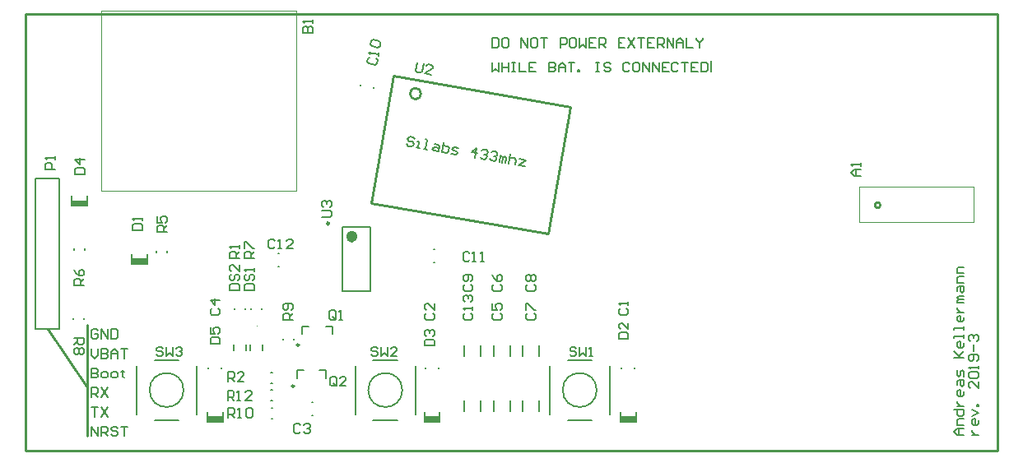
<source format=gto>
G04*
G04 #@! TF.GenerationSoftware,Altium Limited,Altium Designer,19.0.15 (446)*
G04*
G04 Layer_Color=65535*
%FSLAX25Y25*%
%MOIN*%
G70*
G01*
G75*
%ADD10C,0.00984*%
%ADD11C,0.00500*%
%ADD12C,0.00394*%
%ADD13C,0.01000*%
%ADD14C,0.02362*%
%ADD15C,0.00787*%
%ADD16R,0.06299X0.02362*%
D10*
X98917Y16355D02*
G03*
X98917Y16355I-492J0D01*
G01*
X100886Y33071D02*
G03*
X100886Y33071I-492J0D01*
G01*
X113130Y82284D02*
G03*
X113130Y82284I-492J0D01*
G01*
D11*
X54134Y14764D02*
G03*
X54134Y14764I-6890J0D01*
G01*
X142717D02*
G03*
X142717Y14764I-6890J0D01*
G01*
X221457D02*
G03*
X221457Y14764I-6890J0D01*
G01*
X42362Y2559D02*
X52126D01*
X59449Y5000D02*
Y24528D01*
X35039Y5000D02*
Y24528D01*
X42362Y26969D02*
X52126D01*
X130945Y2559D02*
X140709D01*
X148031Y5000D02*
Y24528D01*
X123622Y5000D02*
Y24528D01*
X130945Y26969D02*
X140709D01*
X209685Y2559D02*
X219449D01*
X226772Y5000D02*
Y24528D01*
X202362Y5000D02*
Y24528D01*
X209685Y26969D02*
X219449D01*
D12*
X83942Y40551D02*
G03*
X83942Y40551I-197J0D01*
G01*
X77052D02*
G03*
X77052Y40551I-197J0D01*
G01*
X327756Y97186D02*
X374256Y97186D01*
Y82686D02*
Y97186D01*
X327756Y82686D02*
X374256D01*
X327756D02*
Y97186D01*
X20799Y135390D02*
Y164890D01*
Y168390D01*
X59299D01*
X98299D01*
X99799D01*
Y131890D02*
Y168390D01*
X20799Y131890D02*
Y135390D01*
X99799Y128390D02*
Y131890D01*
X20799Y95390D02*
Y131890D01*
Y95390D02*
X22299D01*
X61299D01*
X99799D01*
Y98890D01*
Y128390D01*
D13*
X150308Y134899D02*
G03*
X150308Y134899I-2236J0D01*
G01*
X336374Y89686D02*
G03*
X336374Y89686I-1118J0D01*
G01*
X14961Y-3937D02*
X14961Y41142D01*
Y15748D02*
Y41142D01*
X-984Y39370D02*
X14961Y15748D01*
X201648Y78025D02*
X210720Y129475D01*
X130114Y90639D02*
X201648Y78025D01*
X130114Y90639D02*
X139186Y142089D01*
X210720Y129475D01*
X-9843Y-9843D02*
X383858D01*
Y167323D01*
X-9843D02*
X383858D01*
X-9843Y-9843D02*
Y167323D01*
D14*
X123465Y76968D02*
G03*
X123465Y76968I-1181J0D01*
G01*
D15*
X89567Y21884D02*
X89961D01*
X89567Y17553D02*
X89961D01*
X100157Y19643D02*
Y22851D01*
X102756D01*
X111653Y19643D02*
Y22851D01*
X109055D02*
X111653D01*
X98622Y35236D02*
Y35630D01*
X94291Y35236D02*
Y35630D01*
X236910Y23425D02*
Y23819D01*
X231594Y23425D02*
Y23819D01*
X102165Y37350D02*
Y40354D01*
X104724D01*
X114370Y37350D02*
Y40354D01*
X111811D02*
X114370D01*
X89764Y3347D02*
X90158D01*
X89764Y7677D02*
X90158D01*
X157431Y23425D02*
Y23819D01*
X152116Y23425D02*
Y23819D01*
X106102Y4429D02*
X106496D01*
X106102Y9744D02*
X106496D01*
X89567Y14781D02*
X89961D01*
X89567Y10450D02*
X89961D01*
X69587Y23425D02*
Y23819D01*
X64272Y23425D02*
Y23819D01*
X63779Y1969D02*
X70079D01*
Y5906D01*
X63779Y1969D02*
Y5906D01*
X151624Y1969D02*
X157923D01*
Y5906D01*
X151624Y1969D02*
Y5906D01*
X231102Y1969D02*
X237402D01*
Y5906D01*
X231102Y1969D02*
Y5906D01*
X167913Y6102D02*
Y10433D01*
X174606Y6102D02*
Y10433D01*
X167913Y28386D02*
Y32717D01*
X174606Y28386D02*
Y32717D01*
X191535Y28386D02*
Y32717D01*
X198228Y28386D02*
Y32717D01*
X81284Y30709D02*
Y33071D01*
X86206Y30709D02*
Y33071D01*
X74395Y30709D02*
Y33071D01*
X79316Y30709D02*
Y33071D01*
X9527Y43504D02*
Y43898D01*
X13858Y43504D02*
Y43898D01*
X179724Y28386D02*
Y32717D01*
X186417Y28386D02*
Y32717D01*
X155315Y66535D02*
X155709D01*
X155315Y71850D02*
X155709D01*
X118347Y54921D02*
Y80905D01*
X129764Y54921D02*
Y80905D01*
X118347D02*
X129764D01*
X118347Y54921D02*
X129764D01*
X191535Y6102D02*
Y10433D01*
X198228Y6102D02*
Y10433D01*
X130997Y137140D02*
X131065Y137528D01*
X125763Y138063D02*
X125831Y138451D01*
X8661Y89478D02*
X14961D01*
Y93415D01*
X8661Y89478D02*
Y93415D01*
X3917Y39469D02*
Y100453D01*
X-5886Y39469D02*
Y100453D01*
Y39469D02*
X3917D01*
X-5886Y100453D02*
X3917D01*
X13976Y71653D02*
Y72047D01*
X9646Y71653D02*
Y72047D01*
X43110Y70669D02*
Y71063D01*
X47441Y70669D02*
Y71063D01*
X33268Y65945D02*
Y69882D01*
X39567Y65945D02*
Y69882D01*
X33268Y65945D02*
X39567D01*
X179724Y6102D02*
Y10433D01*
X186417Y6102D02*
Y10433D01*
X92323Y70177D02*
X92716D01*
X92323Y64862D02*
X92716D01*
X85910Y47441D02*
Y47835D01*
X81580Y47441D02*
Y47835D01*
X74690Y47441D02*
Y47835D01*
X79021Y47441D02*
Y47835D01*
X72047Y18110D02*
Y22046D01*
X74015D01*
X74671Y21390D01*
Y20078D01*
X74015Y19422D01*
X72047D01*
X73359D02*
X74671Y18110D01*
X78607D02*
X75983D01*
X78607Y20734D01*
Y21390D01*
X77951Y22046D01*
X76639D01*
X75983Y21390D01*
X116010Y17011D02*
Y19635D01*
X115354Y20291D01*
X114042D01*
X113386Y19635D01*
Y17011D01*
X114042Y16355D01*
X115354D01*
X114698Y17667D02*
X116010Y16355D01*
X115354D02*
X116010Y17011D01*
X119945Y16355D02*
X117322D01*
X119945Y18979D01*
Y19635D01*
X119289Y20291D01*
X117977D01*
X117322Y19635D01*
X373360Y-3543D02*
X375984D01*
X374672D01*
X374016Y-2887D01*
X373360Y-2231D01*
Y-1575D01*
X375984Y2360D02*
Y1048D01*
X375328Y392D01*
X374016D01*
X373360Y1048D01*
Y2360D01*
X374016Y3016D01*
X374672D01*
Y392D01*
X373360Y4328D02*
X375984Y5640D01*
X373360Y6952D01*
X375984Y8264D02*
X375328D01*
Y8920D01*
X375984D01*
Y8264D01*
Y18103D02*
Y15480D01*
X373360Y18103D01*
X372705D01*
X372048Y17447D01*
Y16135D01*
X372705Y15480D01*
Y19415D02*
X372048Y20071D01*
Y21383D01*
X372705Y22039D01*
X375328D01*
X375984Y21383D01*
Y20071D01*
X375328Y19415D01*
X372705D01*
X375984Y23351D02*
Y24663D01*
Y24007D01*
X372048D01*
X372705Y23351D01*
X375328Y26631D02*
X375984Y27287D01*
Y28599D01*
X375328Y29254D01*
X372705D01*
X372048Y28599D01*
Y27287D01*
X372705Y26631D01*
X373360D01*
X374016Y27287D01*
Y29254D01*
Y30566D02*
Y33190D01*
X372705Y34502D02*
X372048Y35158D01*
Y36470D01*
X372705Y37126D01*
X373360D01*
X374016Y36470D01*
Y35814D01*
Y36470D01*
X374672Y37126D01*
X375328D01*
X375984Y36470D01*
Y35158D01*
X375328Y34502D01*
X370079Y-3543D02*
X367455D01*
X366143Y-2231D01*
X367455Y-919D01*
X370079D01*
X368111D01*
Y-3543D01*
X370079Y392D02*
X367455D01*
Y2360D01*
X368111Y3016D01*
X370079D01*
X366143Y6952D02*
X370079D01*
Y4984D01*
X369423Y4328D01*
X368111D01*
X367455Y4984D01*
Y6952D01*
Y8264D02*
X370079D01*
X368767D01*
X368111Y8920D01*
X367455Y9576D01*
Y10232D01*
X370079Y14167D02*
Y12856D01*
X369423Y12200D01*
X368111D01*
X367455Y12856D01*
Y14167D01*
X368111Y14823D01*
X368767D01*
Y12200D01*
X367455Y16791D02*
Y18103D01*
X368111Y18759D01*
X370079D01*
Y16791D01*
X369423Y16135D01*
X368767Y16791D01*
Y18759D01*
X370079Y20071D02*
Y22039D01*
X369423Y22695D01*
X368767Y22039D01*
Y20727D01*
X368111Y20071D01*
X367455Y20727D01*
Y22695D01*
X366143Y27943D02*
X370079D01*
X368767D01*
X366143Y30566D01*
X368111Y28599D01*
X370079Y30566D01*
Y33846D02*
Y32534D01*
X369423Y31878D01*
X368111D01*
X367455Y32534D01*
Y33846D01*
X368111Y34502D01*
X368767D01*
Y31878D01*
X370079Y35814D02*
Y37126D01*
Y36470D01*
X366143D01*
Y35814D01*
X370079Y39094D02*
Y40406D01*
Y39750D01*
X366143D01*
Y39094D01*
X370079Y44342D02*
Y43030D01*
X369423Y42374D01*
X368111D01*
X367455Y43030D01*
Y44342D01*
X368111Y44998D01*
X368767D01*
Y42374D01*
X367455Y46309D02*
X370079D01*
X368767D01*
X368111Y46965D01*
X367455Y47621D01*
Y48277D01*
X370079Y50245D02*
X367455D01*
Y50901D01*
X368111Y51557D01*
X370079D01*
X368111D01*
X367455Y52213D01*
X368111Y52869D01*
X370079D01*
X367455Y54837D02*
Y56149D01*
X368111Y56805D01*
X370079D01*
Y54837D01*
X369423Y54181D01*
X368767Y54837D01*
Y56805D01*
X370079Y58117D02*
X367455D01*
Y60084D01*
X368111Y60741D01*
X370079D01*
Y62052D02*
X367455D01*
Y64020D01*
X368111Y64676D01*
X370079D01*
X179134Y147636D02*
Y143701D01*
X180446Y145013D01*
X181758Y143701D01*
Y147636D01*
X183070D02*
Y143701D01*
Y145669D01*
X185693D01*
Y147636D01*
Y143701D01*
X187005Y147636D02*
X188317D01*
X187661D01*
Y143701D01*
X187005D01*
X188317D01*
X190285Y147636D02*
Y143701D01*
X192909D01*
X196845Y147636D02*
X194221D01*
Y143701D01*
X196845D01*
X194221Y145669D02*
X195533D01*
X202092Y147636D02*
Y143701D01*
X204060D01*
X204716Y144357D01*
Y145013D01*
X204060Y145669D01*
X202092D01*
X204060D01*
X204716Y146325D01*
Y146981D01*
X204060Y147636D01*
X202092D01*
X206028Y143701D02*
Y146325D01*
X207340Y147636D01*
X208652Y146325D01*
Y143701D01*
Y145669D01*
X206028D01*
X209964Y147636D02*
X212588D01*
X211276D01*
Y143701D01*
X213900D02*
Y144357D01*
X214556D01*
Y143701D01*
X213900D01*
X221115Y147636D02*
X222427D01*
X221771D01*
Y143701D01*
X221115D01*
X222427D01*
X227019Y146981D02*
X226363Y147636D01*
X225051D01*
X224395Y146981D01*
Y146325D01*
X225051Y145669D01*
X226363D01*
X227019Y145013D01*
Y144357D01*
X226363Y143701D01*
X225051D01*
X224395Y144357D01*
X234890Y146981D02*
X234234Y147636D01*
X232922D01*
X232266Y146981D01*
Y144357D01*
X232922Y143701D01*
X234234D01*
X234890Y144357D01*
X238170Y147636D02*
X236858D01*
X236202Y146981D01*
Y144357D01*
X236858Y143701D01*
X238170D01*
X238826Y144357D01*
Y146981D01*
X238170Y147636D01*
X240138Y143701D02*
Y147636D01*
X242762Y143701D01*
Y147636D01*
X244074Y143701D02*
Y147636D01*
X246697Y143701D01*
Y147636D01*
X250633D02*
X248009D01*
Y143701D01*
X250633D01*
X248009Y145669D02*
X249321D01*
X254569Y146981D02*
X253913Y147636D01*
X252601D01*
X251945Y146981D01*
Y144357D01*
X252601Y143701D01*
X253913D01*
X254569Y144357D01*
X255881Y147636D02*
X258505D01*
X257193D01*
Y143701D01*
X262440Y147636D02*
X259817D01*
Y143701D01*
X262440D01*
X259817Y145669D02*
X261128D01*
X263752Y147636D02*
Y143701D01*
X265720D01*
X266376Y144357D01*
Y146981D01*
X265720Y147636D01*
X263752D01*
X267688Y145013D02*
Y148293D01*
Y144357D02*
Y143701D01*
X179134Y157479D02*
Y153543D01*
X181102D01*
X181758Y154199D01*
Y156823D01*
X181102Y157479D01*
X179134D01*
X185038D02*
X183726D01*
X183070Y156823D01*
Y154199D01*
X183726Y153543D01*
X185038D01*
X185693Y154199D01*
Y156823D01*
X185038Y157479D01*
X190941Y153543D02*
Y157479D01*
X193565Y153543D01*
Y157479D01*
X196845D02*
X195533D01*
X194877Y156823D01*
Y154199D01*
X195533Y153543D01*
X196845D01*
X197501Y154199D01*
Y156823D01*
X196845Y157479D01*
X198813D02*
X201436D01*
X200125D01*
Y153543D01*
X206684D02*
Y157479D01*
X208652D01*
X209308Y156823D01*
Y155511D01*
X208652Y154855D01*
X206684D01*
X212588Y157479D02*
X211276D01*
X210620Y156823D01*
Y154199D01*
X211276Y153543D01*
X212588D01*
X213244Y154199D01*
Y156823D01*
X212588Y157479D01*
X214556D02*
Y153543D01*
X215867Y154855D01*
X217179Y153543D01*
Y157479D01*
X221115D02*
X218491D01*
Y153543D01*
X221115D01*
X218491Y155511D02*
X219803D01*
X222427Y153543D02*
Y157479D01*
X224395D01*
X225051Y156823D01*
Y155511D01*
X224395Y154855D01*
X222427D01*
X223739D02*
X225051Y153543D01*
X232922Y157479D02*
X230298D01*
Y153543D01*
X232922D01*
X230298Y155511D02*
X231610D01*
X234234Y157479D02*
X236858Y153543D01*
Y157479D02*
X234234Y153543D01*
X238170Y157479D02*
X240794D01*
X239482D01*
Y153543D01*
X244729Y157479D02*
X242106D01*
Y153543D01*
X244729D01*
X242106Y155511D02*
X243418D01*
X246041Y153543D02*
Y157479D01*
X248009D01*
X248665Y156823D01*
Y155511D01*
X248009Y154855D01*
X246041D01*
X247353D02*
X248665Y153543D01*
X249977D02*
Y157479D01*
X252601Y153543D01*
Y157479D01*
X253913Y153543D02*
Y156167D01*
X255225Y157479D01*
X256537Y156167D01*
Y153543D01*
Y155511D01*
X253913D01*
X257849Y157479D02*
Y153543D01*
X260472D01*
X261784Y157479D02*
Y156823D01*
X263096Y155511D01*
X264408Y156823D01*
Y157479D01*
X263096Y155511D02*
Y153543D01*
X147642Y116554D02*
X147110Y117314D01*
X145818Y117542D01*
X145058Y117009D01*
X144944Y116364D01*
X145476Y115604D01*
X146768Y115376D01*
X147300Y114616D01*
X147186Y113970D01*
X146426Y113438D01*
X145134Y113666D01*
X144602Y114426D01*
X148364Y113096D02*
X149656Y112868D01*
X149010Y112982D01*
X149466Y115566D01*
X148820Y115680D01*
X151594Y112527D02*
X152886Y112299D01*
X152240Y112413D01*
X152924Y116289D01*
X152278Y116402D01*
X155926Y114427D02*
X157218Y114199D01*
X157750Y113439D01*
X157408Y111501D01*
X155470Y111843D01*
X154938Y112603D01*
X155698Y113135D01*
X157636Y112793D01*
X159383Y115149D02*
X158700Y111274D01*
X160638Y110932D01*
X161398Y111464D01*
X161512Y112110D01*
X161626Y112756D01*
X161094Y113516D01*
X159156Y113858D01*
X162576Y110590D02*
X164514Y110248D01*
X165274Y110781D01*
X164742Y111540D01*
X163450Y111768D01*
X162918Y112528D01*
X163678Y113060D01*
X165615Y112718D01*
X172266Y108882D02*
X172949Y112758D01*
X170670Y111161D01*
X173254Y110706D01*
X174773Y111770D02*
X175533Y112302D01*
X176825Y112074D01*
X177357Y111314D01*
X177243Y110668D01*
X176484Y110136D01*
X175838Y110250D01*
X176484Y110136D01*
X177016Y109376D01*
X176902Y108730D01*
X176142Y108198D01*
X174850Y108426D01*
X174318Y109186D01*
X178649Y111086D02*
X179409Y111618D01*
X180701Y111391D01*
X181233Y110631D01*
X181119Y109985D01*
X180359Y109453D01*
X179713Y109567D01*
X180359Y109453D01*
X180892Y108693D01*
X180778Y108047D01*
X180018Y107515D01*
X178726Y107743D01*
X178194Y108502D01*
X181956Y107173D02*
X182411Y109757D01*
X183057Y109643D01*
X183589Y108883D01*
X183248Y106945D01*
X183589Y108883D01*
X184349Y109415D01*
X184881Y108655D01*
X184540Y106717D01*
X186515Y110365D02*
X185832Y106490D01*
X186173Y108428D01*
X186933Y108960D01*
X188225Y108732D01*
X188757Y107972D01*
X188416Y106034D01*
X190163Y108390D02*
X192747Y107934D01*
X189708Y105806D01*
X192291Y105350D01*
X16878Y-3937D02*
Y-1D01*
X19502Y-3937D01*
Y-1D01*
X20814Y-3937D02*
Y-1D01*
X22782D01*
X23438Y-657D01*
Y-1969D01*
X22782Y-2625D01*
X20814D01*
X22126D02*
X23438Y-3937D01*
X27373Y-657D02*
X26717Y-1D01*
X25405D01*
X24749Y-657D01*
Y-1313D01*
X25405Y-1969D01*
X26717D01*
X27373Y-2625D01*
Y-3281D01*
X26717Y-3937D01*
X25405D01*
X24749Y-3281D01*
X28685Y-1D02*
X31309D01*
X29997D01*
Y-3937D01*
X16878Y7873D02*
X19502D01*
X18190D01*
Y3937D01*
X20814Y7873D02*
X23438Y3937D01*
Y7873D02*
X20814Y3937D01*
X16878Y11811D02*
Y15747D01*
X18846D01*
X19502Y15091D01*
Y13779D01*
X18846Y13123D01*
X16878D01*
X18190D02*
X19502Y11811D01*
X20814Y15747D02*
X23438Y11811D01*
Y15747D02*
X20814Y11811D01*
X16878Y23621D02*
Y19685D01*
X18846D01*
X19502Y20341D01*
Y20997D01*
X18846Y21653D01*
X16878D01*
X18846D01*
X19502Y22309D01*
Y22965D01*
X18846Y23621D01*
X16878D01*
X21470Y19685D02*
X22782D01*
X23438Y20341D01*
Y21653D01*
X22782Y22309D01*
X21470D01*
X20814Y21653D01*
Y20341D01*
X21470Y19685D01*
X25405D02*
X26717D01*
X27373Y20341D01*
Y21653D01*
X26717Y22309D01*
X25405D01*
X24749Y21653D01*
Y20341D01*
X25405Y19685D01*
X29341Y22965D02*
Y22309D01*
X28685D01*
X29997D01*
X29341D01*
Y20341D01*
X29997Y19685D01*
X16878Y31495D02*
Y28871D01*
X18190Y27559D01*
X19502Y28871D01*
Y31495D01*
X20814D02*
Y27559D01*
X22782D01*
X23438Y28215D01*
Y28871D01*
X22782Y29527D01*
X20814D01*
X22782D01*
X23438Y30183D01*
Y30839D01*
X22782Y31495D01*
X20814D01*
X24749Y27559D02*
Y30183D01*
X26061Y31495D01*
X27373Y30183D01*
Y27559D01*
Y29527D01*
X24749D01*
X28685Y31495D02*
X31309D01*
X29997D01*
Y27559D01*
X19502Y38713D02*
X18846Y39369D01*
X17534D01*
X16878Y38713D01*
Y36089D01*
X17534Y35433D01*
X18846D01*
X19502Y36089D01*
Y37401D01*
X18190D01*
X20814Y35433D02*
Y39369D01*
X23438Y35433D01*
Y39369D01*
X24749D02*
Y35433D01*
X26717D01*
X27373Y36089D01*
Y38713D01*
X26717Y39369D01*
X24749D01*
X71988Y10647D02*
Y14582D01*
X73956D01*
X74612Y13926D01*
Y12615D01*
X73956Y11958D01*
X71988D01*
X73300D02*
X74612Y10647D01*
X75924D02*
X77236D01*
X76580D01*
Y14582D01*
X75924Y13926D01*
X81827Y10647D02*
X79204D01*
X81827Y13271D01*
Y13926D01*
X81172Y14582D01*
X79860D01*
X79204Y13926D01*
X72185Y3543D02*
Y7479D01*
X74153D01*
X74809Y6823D01*
Y5511D01*
X74153Y4855D01*
X72185D01*
X73497D02*
X74809Y3543D01*
X76121D02*
X77433D01*
X76777D01*
Y7479D01*
X76121Y6823D01*
X79401D02*
X80057Y7479D01*
X81368D01*
X82024Y6823D01*
Y4199D01*
X81368Y3543D01*
X80057D01*
X79401Y4199D01*
Y6823D01*
X98425Y43307D02*
X94490D01*
Y45275D01*
X95145Y45931D01*
X96457D01*
X97113Y45275D01*
Y43307D01*
Y44619D02*
X98425Y45931D01*
X97769Y47243D02*
X98425Y47899D01*
Y49211D01*
X97769Y49867D01*
X95145D01*
X94490Y49211D01*
Y47899D01*
X95145Y47243D01*
X95801D01*
X96457Y47899D01*
Y49867D01*
X115754Y43963D02*
Y46587D01*
X115098Y47243D01*
X113786D01*
X113130Y46587D01*
Y43963D01*
X113786Y43307D01*
X115098D01*
X114442Y44619D02*
X115754Y43307D01*
X115098D02*
X115754Y43963D01*
X117066Y43307D02*
X118378D01*
X117722D01*
Y47243D01*
X117066Y46587D01*
X64962Y33465D02*
X68898D01*
Y35432D01*
X68242Y36088D01*
X65618D01*
X64962Y35432D01*
Y33465D01*
Y40024D02*
Y37400D01*
X66930D01*
X66274Y38712D01*
Y39368D01*
X66930Y40024D01*
X68242D01*
X68898Y39368D01*
Y38056D01*
X68242Y37400D01*
X151773Y32717D02*
X155709D01*
Y34684D01*
X155053Y35340D01*
X152429D01*
X151773Y34684D01*
Y32717D01*
X152429Y36652D02*
X151773Y37308D01*
Y38620D01*
X152429Y39276D01*
X153085D01*
X153741Y38620D01*
Y37964D01*
Y38620D01*
X154397Y39276D01*
X155053D01*
X155709Y38620D01*
Y37308D01*
X155053Y36652D01*
X230316Y35433D02*
X234252D01*
Y37401D01*
X233596Y38057D01*
X230972D01*
X230316Y37401D01*
Y35433D01*
X234252Y41993D02*
Y39369D01*
X231628Y41993D01*
X230972D01*
X230316Y41337D01*
Y40025D01*
X230972Y39369D01*
X167980Y45931D02*
X167324Y45275D01*
Y43963D01*
X167980Y43307D01*
X170604D01*
X171260Y43963D01*
Y45275D01*
X170604Y45931D01*
X171260Y47243D02*
Y48555D01*
Y47899D01*
X167324D01*
X167980Y47243D01*
Y50523D02*
X167324Y51179D01*
Y52491D01*
X167980Y53146D01*
X168636D01*
X169292Y52491D01*
Y51834D01*
Y52491D01*
X169948Y53146D01*
X170604D01*
X171260Y52491D01*
Y51179D01*
X170604Y50523D01*
X167980Y57545D02*
X167324Y56889D01*
Y55577D01*
X167980Y54921D01*
X170604D01*
X171260Y55577D01*
Y56889D01*
X170604Y57545D01*
Y58857D02*
X171260Y59513D01*
Y60825D01*
X170604Y61481D01*
X167980D01*
X167324Y60825D01*
Y59513D01*
X167980Y58857D01*
X168636D01*
X169292Y59513D01*
Y61481D01*
X193571Y57545D02*
X192915Y56889D01*
Y55577D01*
X193571Y54921D01*
X196194D01*
X196850Y55577D01*
Y56889D01*
X196194Y57545D01*
X193571Y58857D02*
X192915Y59513D01*
Y60825D01*
X193571Y61481D01*
X194227D01*
X194883Y60825D01*
X195538Y61481D01*
X196194D01*
X196850Y60825D01*
Y59513D01*
X196194Y58857D01*
X195538D01*
X194883Y59513D01*
X194227Y58857D01*
X193571D01*
X194883Y59513D02*
Y60825D01*
X65618Y47899D02*
X64962Y47243D01*
Y45932D01*
X65618Y45276D01*
X68242D01*
X68898Y45932D01*
Y47243D01*
X68242Y47899D01*
X68898Y51179D02*
X64962D01*
X66930Y49211D01*
Y51835D01*
X101541Y524D02*
X100885Y1180D01*
X99573D01*
X98917Y524D01*
Y-2100D01*
X99573Y-2756D01*
X100885D01*
X101541Y-2100D01*
X102853Y524D02*
X103509Y1180D01*
X104821D01*
X105477Y524D01*
Y-132D01*
X104821Y-788D01*
X104165D01*
X104821D01*
X105477Y-1444D01*
Y-2100D01*
X104821Y-2756D01*
X103509D01*
X102853Y-2100D01*
X152429Y45931D02*
X151773Y45275D01*
Y43963D01*
X152429Y43307D01*
X155053D01*
X155709Y43963D01*
Y45275D01*
X155053Y45931D01*
X155709Y49867D02*
Y47243D01*
X153085Y49867D01*
X152429D01*
X151773Y49211D01*
Y47899D01*
X152429Y47243D01*
X230972Y47899D02*
X230316Y47243D01*
Y45932D01*
X230972Y45276D01*
X233596D01*
X234252Y45932D01*
Y47243D01*
X233596Y47899D01*
X234252Y49211D02*
Y50523D01*
Y49867D01*
X230316D01*
X230972Y49211D01*
X9724Y35827D02*
X13660D01*
Y33859D01*
X13004Y33203D01*
X11692D01*
X11036Y33859D01*
Y35827D01*
Y34515D02*
X9724Y33203D01*
X13004Y31891D02*
X13660Y31235D01*
Y29923D01*
X13004Y29267D01*
X12348D01*
X11692Y29923D01*
X11036Y29267D01*
X10380D01*
X9724Y29923D01*
Y31235D01*
X10380Y31891D01*
X11036D01*
X11692Y31235D01*
X12348Y31891D01*
X13004D01*
X11692Y31235D02*
Y29923D01*
X129509Y149610D02*
X128749Y149078D01*
X128521Y147786D01*
X129053Y147026D01*
X131638Y146571D01*
X132397Y147103D01*
X132625Y148395D01*
X132093Y149154D01*
X132967Y150333D02*
X133195Y151625D01*
X133081Y150979D01*
X129205Y151662D01*
X129737Y150902D01*
X130306Y154132D02*
X129774Y154892D01*
X130002Y156184D01*
X130762Y156716D01*
X133346Y156260D01*
X133878Y155501D01*
X133650Y154209D01*
X132890Y153676D01*
X130306Y154132D01*
X82677Y68308D02*
X78741D01*
Y70276D01*
X79397Y70932D01*
X80709D01*
X81365Y70276D01*
Y68308D01*
Y69620D02*
X82677Y70932D01*
X78741Y72244D02*
Y74868D01*
X79397D01*
X82021Y72244D01*
X82677D01*
X72836Y55118D02*
X76772D01*
Y57086D01*
X76116Y57742D01*
X73492D01*
X72836Y57086D01*
Y55118D01*
X73492Y61678D02*
X72836Y61022D01*
Y59710D01*
X73492Y59054D01*
X74148D01*
X74804Y59710D01*
Y61022D01*
X75460Y61678D01*
X76116D01*
X76772Y61022D01*
Y59710D01*
X76116Y59054D01*
X76772Y65613D02*
Y62990D01*
X74148Y65613D01*
X73492D01*
X72836Y64957D01*
Y63646D01*
X73492Y62990D01*
X47441Y78740D02*
X43505D01*
Y80708D01*
X44161Y81364D01*
X45473D01*
X46129Y80708D01*
Y78740D01*
Y80052D02*
X47441Y81364D01*
X43505Y85300D02*
Y82676D01*
X45473D01*
X44817Y83988D01*
Y84644D01*
X45473Y85300D01*
X46785D01*
X47441Y84644D01*
Y83332D01*
X46785Y82676D01*
X45734Y31666D02*
X45078Y32322D01*
X43766D01*
X43110Y31666D01*
Y31010D01*
X43766Y30354D01*
X45078D01*
X45734Y29698D01*
Y29042D01*
X45078Y28386D01*
X43766D01*
X43110Y29042D01*
X47046Y32322D02*
Y28386D01*
X48358Y29698D01*
X49670Y28386D01*
Y32322D01*
X50982Y31666D02*
X51638Y32322D01*
X52950D01*
X53606Y31666D01*
Y31010D01*
X52950Y30354D01*
X52294D01*
X52950D01*
X53606Y29698D01*
Y29042D01*
X52950Y28386D01*
X51638D01*
X50982Y29042D01*
X132738Y31666D02*
X132081Y32322D01*
X130770D01*
X130114Y31666D01*
Y31010D01*
X130770Y30354D01*
X132081D01*
X132738Y29698D01*
Y29042D01*
X132081Y28386D01*
X130770D01*
X130114Y29042D01*
X134049Y32322D02*
Y28386D01*
X135361Y29698D01*
X136673Y28386D01*
Y32322D01*
X140609Y28386D02*
X137985D01*
X140609Y31010D01*
Y31666D01*
X139953Y32322D01*
X138641D01*
X137985Y31666D01*
X213254D02*
X212598Y32322D01*
X211286D01*
X210630Y31666D01*
Y31010D01*
X211286Y30354D01*
X212598D01*
X213254Y29698D01*
Y29042D01*
X212598Y28386D01*
X211286D01*
X210630Y29042D01*
X214566Y32322D02*
Y28386D01*
X215878Y29698D01*
X217190Y28386D01*
Y32322D01*
X218501Y28386D02*
X219813D01*
X219157D01*
Y32322D01*
X218501Y31666D01*
X78741Y55118D02*
X82677D01*
Y57086D01*
X82021Y57742D01*
X79397D01*
X78741Y57086D01*
Y55118D01*
X79397Y61678D02*
X78741Y61022D01*
Y59710D01*
X79397Y59054D01*
X80053D01*
X80709Y59710D01*
Y61022D01*
X81365Y61678D01*
X82021D01*
X82677Y61022D01*
Y59710D01*
X82021Y59054D01*
X82677Y62990D02*
Y64302D01*
Y63646D01*
X78741D01*
X79397Y62990D01*
X110238Y84961D02*
X113517D01*
X114173Y85617D01*
Y86928D01*
X113517Y87585D01*
X110238D01*
X110893Y88896D02*
X110238Y89552D01*
Y90864D01*
X110893Y91520D01*
X111549D01*
X112205Y90864D01*
Y90208D01*
Y90864D01*
X112861Y91520D01*
X113517D01*
X114173Y90864D01*
Y89552D01*
X113517Y88896D01*
X13780Y57087D02*
X9844D01*
Y59054D01*
X10500Y59710D01*
X11812D01*
X12468Y59054D01*
Y57087D01*
Y58398D02*
X13780Y59710D01*
X9844Y63646D02*
X10500Y62334D01*
X11812Y61022D01*
X13124D01*
X13780Y61678D01*
Y62990D01*
X13124Y63646D01*
X12468D01*
X11812Y62990D01*
Y61022D01*
X76772Y68308D02*
X72836D01*
Y70276D01*
X73492Y70932D01*
X74804D01*
X75460Y70276D01*
Y68308D01*
Y69620D02*
X76772Y70932D01*
Y72244D02*
Y73556D01*
Y72900D01*
X72836D01*
X73492Y72244D01*
X148756Y147577D02*
X148186Y144347D01*
X148718Y143587D01*
X150010Y143359D01*
X150770Y143891D01*
X151340Y147121D01*
X154532Y142562D02*
X151948Y143017D01*
X154988Y145146D01*
X155102Y145792D01*
X154570Y146552D01*
X153278Y146779D01*
X152518Y146247D01*
X1969Y104331D02*
X-1967D01*
Y106299D01*
X-1311Y106955D01*
X1D01*
X657Y106299D01*
Y104331D01*
X1969Y108266D02*
Y109578D01*
Y108922D01*
X-1967D01*
X-1311Y108266D01*
X10041Y102273D02*
X13976D01*
Y104241D01*
X13320Y104897D01*
X10697D01*
X10041Y104241D01*
Y102273D01*
X13976Y108177D02*
X10041D01*
X12009Y106209D01*
Y108833D01*
X33466Y79433D02*
X37402D01*
Y81401D01*
X36746Y82057D01*
X34122D01*
X33466Y81401D01*
Y79433D01*
X37402Y83369D02*
Y84681D01*
Y84025D01*
X33466D01*
X34122Y83369D01*
X91207Y75327D02*
X90551Y75983D01*
X89239D01*
X88583Y75327D01*
Y72703D01*
X89239Y72047D01*
X90551D01*
X91207Y72703D01*
X92518Y72047D02*
X93830D01*
X93174D01*
Y75983D01*
X92518Y75327D01*
X98422Y72047D02*
X95798D01*
X98422Y74671D01*
Y75327D01*
X97766Y75983D01*
X96454D01*
X95798Y75327D01*
X169947Y70209D02*
X169291Y70865D01*
X167979D01*
X167323Y70209D01*
Y67585D01*
X167979Y66929D01*
X169291D01*
X169947Y67585D01*
X171259Y66929D02*
X172571D01*
X171915D01*
Y70865D01*
X171259Y70209D01*
X174538Y66929D02*
X175850D01*
X175194D01*
Y70865D01*
X174538Y70209D01*
X193571Y45931D02*
X192915Y45275D01*
Y43963D01*
X193571Y43307D01*
X196194D01*
X196850Y43963D01*
Y45275D01*
X196194Y45931D01*
X192915Y47243D02*
Y49867D01*
X193571D01*
X196194Y47243D01*
X196850D01*
X179791Y57545D02*
X179135Y56889D01*
Y55577D01*
X179791Y54921D01*
X182415D01*
X183071Y55577D01*
Y56889D01*
X182415Y57545D01*
X179135Y61481D02*
X179791Y60169D01*
X181103Y58857D01*
X182415D01*
X183071Y59513D01*
Y60825D01*
X182415Y61481D01*
X181759D01*
X181103Y60825D01*
Y58857D01*
X179791Y45931D02*
X179135Y45275D01*
Y43963D01*
X179791Y43307D01*
X182415D01*
X183071Y43963D01*
Y45275D01*
X182415Y45931D01*
X179135Y49867D02*
Y47243D01*
X181103D01*
X180447Y48555D01*
Y49211D01*
X181103Y49867D01*
X182415D01*
X183071Y49211D01*
Y47899D01*
X182415Y47243D01*
X102364Y159449D02*
X106299D01*
Y161417D01*
X105643Y162073D01*
X104987D01*
X104331Y161417D01*
Y159449D01*
Y161417D01*
X103675Y162073D01*
X103019D01*
X102364Y161417D01*
Y159449D01*
X106299Y163385D02*
Y164697D01*
Y164041D01*
X102364D01*
X103019Y163385D01*
X328543Y101497D02*
X325920D01*
X324608Y102809D01*
X325920Y104121D01*
X328543D01*
X326575D01*
Y101497D01*
X328543Y105433D02*
Y106745D01*
Y106089D01*
X324608D01*
X325264Y105433D01*
D16*
X66929Y3151D02*
D03*
X154774Y3150D02*
D03*
X234252Y3150D02*
D03*
X11811Y90661D02*
D03*
X36417Y67127D02*
D03*
M02*

</source>
